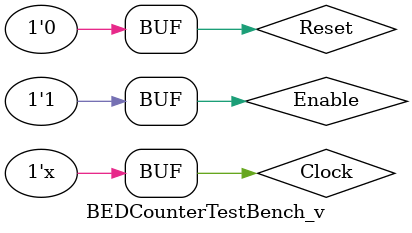
<source format=v>
`timescale		1 ns/1 ps		// Display things in ns, compute them in ps
`define HalfCycle	18.518		// Half of the clock cycle time in nanoseconds
`define Cycle		(`HalfCycle * 2)	// Didn't you learn to multiply?
`define ActiveCycles	65536			// Change this to hold the buttons down for longer!



////////////////////////////////////////////////////////////////////////////////
// Company: 
// Engineer:
//
// Create Date:   17:37:32 11/21/2006
// Design Name:   BEDCounter
// Module Name:   U:/battleship/BEDCounterTestBench.v
// Project Name:  battleship
// Target Device:  
// Tool versions:  
// Description: 
//
// Verilog Test Fixture created by ISE for module: BEDCounter
//
// Dependencies:
// 
// Revision:
// Revision 0.01 - File Created
// Additional Comments:
// 
////////////////////////////////////////////////////////////////////////////////

module BEDCounterTestBench_v;

	// Inputs
	reg Clock;
	reg Reset;
	reg Enable;

	// Outputs
	wire [3:0] Dig1;
	wire [3:0] Dig2;
	wire [3:0] Dig3;
	
	//---------------------------------------------------------------
	//	Clock Source
	//		This section will generate a clock signal,
	//		turning it on and off according the HalfCycle
	//		time, in this case it will generate a 27MHz clock
	//		THIS COULD NEVER BE SYNTHESIZED
	//---------------------------------------------------------------
	initial Clock =		1'b1;		// We need to start at 1'b0, otherwise clock will always be 1'bx
	always #(`HalfCycle) Clock =	~Clock;	// Every half clock cycle, invert the clock
	//---------------------------------------------------------------

	// Instantiate the Unit Under Test (UUT)
	BEDCounter uut (
		.Clock(Clock), 
		.Reset(Reset), 
		.Enable(Enable), 
		.Dig1(Dig1), 
		.Dig2(Dig2), 
		.Dig3(Dig3)
	);

	initial begin
		// Initialize Inputs
		Reset = 1'b1;
		Enable = 1'b0;

		#(`Cycle*5);
		Reset = 1'b0;
		#(`Cycle*5);
		Enable = 1'b1;
		#(`Cycle*200);
        
		// Add stimulus here

	end
      
endmodule


</source>
